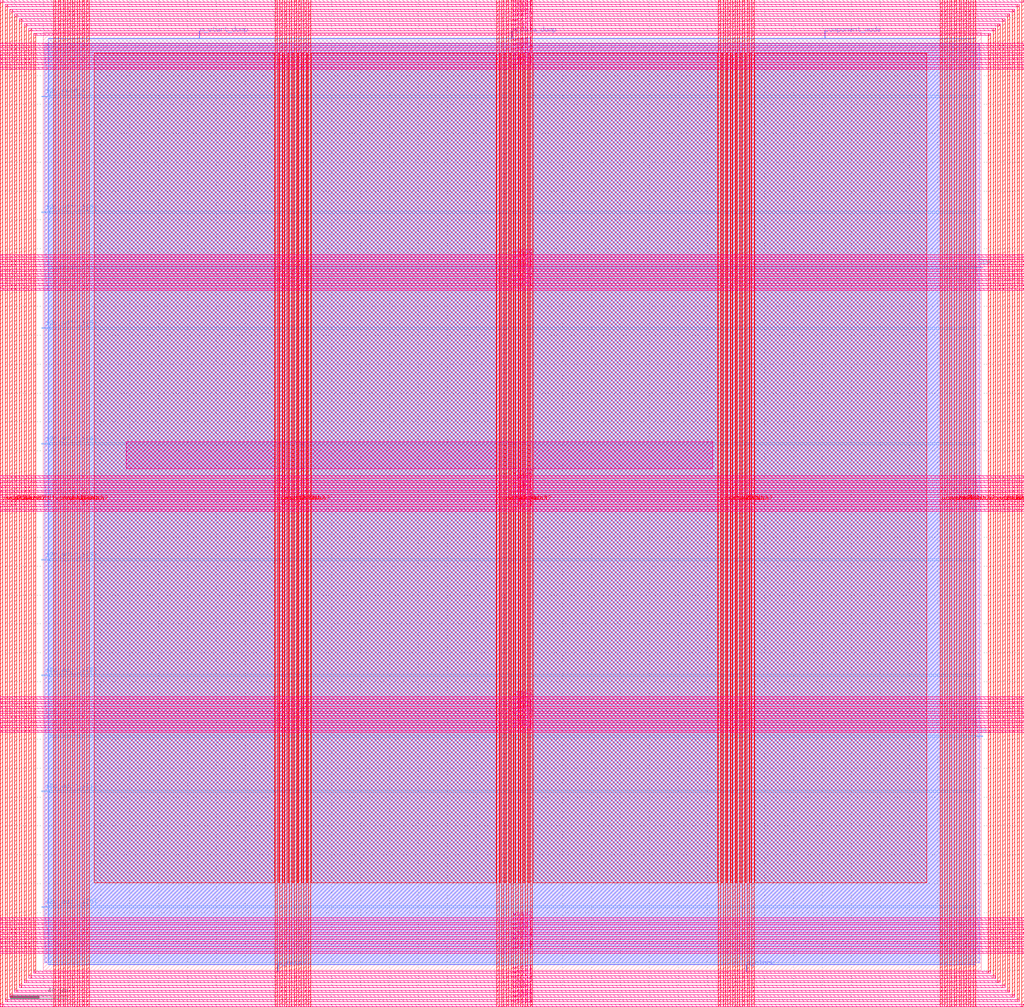
<source format=lef>
VERSION 5.7 ;
  NOWIREEXTENSIONATPIN ON ;
  DIVIDERCHAR "/" ;
  BUSBITCHARS "[]" ;
MACRO i2c_interface_component
  CLASS BLOCK ;
  FOREIGN i2c_interface_component ;
  ORIGIN 0.000 0.000 ;
  SIZE 650.000 BY 650.000 ;
  PIN SCL
    DIRECTION INOUT ;
    USE SIGNAL ;
    ANTENNAGATEAREA 0.126000 ;
    ANTENNADIFFAREA 1.782000 ;
    PORT
      LAYER met3 ;
        RECT 646.000 161.880 651.000 162.480 ;
    END
  END SCL
  PIN SDA
    DIRECTION INOUT ;
    USE SIGNAL ;
    ANTENNAGATEAREA 0.126000 ;
    ANTENNADIFFAREA 1.782000 ;
    PORT
      LAYER met3 ;
        RECT 646.000 486.920 651.000 487.520 ;
    END
  END SDA
  PIN component_mode
    DIRECTION INPUT ;
    USE SIGNAL ;
    ANTENNAGATEAREA 0.213000 ;
    PORT
      LAYER met2 ;
        RECT 541.510 646.000 541.790 651.000 ;
    END
  END component_mode
  PIN i2c_addr_i[0]
    DIRECTION INPUT ;
    USE SIGNAL ;
    ANTENNAGATEAREA 0.213000 ;
    PORT
      LAYER met3 ;
        RECT -1.000 43.560 4.000 44.160 ;
    END
  END i2c_addr_i[0]
  PIN i2c_addr_i[1]
    DIRECTION INPUT ;
    USE SIGNAL ;
    ANTENNAGATEAREA 0.213000 ;
    PORT
      LAYER met3 ;
        RECT -1.000 123.800 4.000 124.400 ;
    END
  END i2c_addr_i[1]
  PIN i2c_addr_i[2]
    DIRECTION INPUT ;
    USE SIGNAL ;
    ANTENNAGATEAREA 0.247500 ;
    PORT
      LAYER met3 ;
        RECT -1.000 204.040 4.000 204.640 ;
    END
  END i2c_addr_i[2]
  PIN i2c_addr_i[3]
    DIRECTION INPUT ;
    USE SIGNAL ;
    ANTENNAGATEAREA 0.247500 ;
    PORT
      LAYER met3 ;
        RECT -1.000 284.280 4.000 284.880 ;
    END
  END i2c_addr_i[3]
  PIN i2c_addr_i[4]
    DIRECTION INPUT ;
    USE SIGNAL ;
    ANTENNAGATEAREA 0.426000 ;
    PORT
      LAYER met3 ;
        RECT -1.000 364.520 4.000 365.120 ;
    END
  END i2c_addr_i[4]
  PIN i2c_addr_i[5]
    DIRECTION INPUT ;
    USE SIGNAL ;
    ANTENNAGATEAREA 0.426000 ;
    PORT
      LAYER met3 ;
        RECT -1.000 444.760 4.000 445.360 ;
    END
  END i2c_addr_i[5]
  PIN i2c_addr_i[6]
    DIRECTION INPUT ;
    USE SIGNAL ;
    ANTENNAGATEAREA 0.495000 ;
    PORT
      LAYER met3 ;
        RECT -1.000 525.000 4.000 525.600 ;
    END
  END i2c_addr_i[6]
  PIN i2c_read_e
    DIRECTION INPUT ;
    USE SIGNAL ;
    ANTENNAGATEAREA 0.852000 ;
    PORT
      LAYER met3 ;
        RECT -1.000 605.240 4.000 605.840 ;
    END
  END i2c_read_e
  PIN m_data_dump
    DIRECTION OUTPUT TRISTATE ;
    USE SIGNAL ;
    ANTENNADIFFAREA 0.795200 ;
    PORT
      LAYER met2 ;
        RECT 324.850 646.000 325.130 651.000 ;
    END
  END m_data_dump
  PIN m_start_dump
    DIRECTION INPUT ;
    USE SIGNAL ;
    ANTENNAGATEAREA 0.213000 ;
    PORT
      LAYER met2 ;
        RECT 108.190 646.000 108.470 651.000 ;
    END
  END m_start_dump
  PIN p_clock
    DIRECTION INPUT ;
    USE SIGNAL ;
    ANTENNAGATEAREA 0.852000 ;
    PORT
      LAYER met2 ;
        RECT 487.230 -1.000 487.510 4.000 ;
    END
  END p_clock
  PIN p_reset
    DIRECTION INPUT ;
    USE SIGNAL ;
    ANTENNAGATEAREA 0.196500 ;
    PORT
      LAYER met2 ;
        RECT 162.470 -1.000 162.750 4.000 ;
    END
  END p_reset
  PIN vccd1
    DIRECTION INOUT ;
    USE POWER ;
    PORT
      LAYER met4 ;
        RECT -6.680 -2.160 -5.080 649.520 ;
    END
    PORT
      LAYER met5 ;
        RECT -6.680 -2.160 656.660 -0.560 ;
    END
    PORT
      LAYER met5 ;
        RECT -6.680 647.920 656.660 649.520 ;
    END
    PORT
      LAYER met4 ;
        RECT 655.060 -2.160 656.660 649.520 ;
    END
    PORT
      LAYER met4 ;
        RECT 7.120 -25.260 8.720 672.620 ;
    END
    PORT
      LAYER met4 ;
        RECT 160.720 -25.260 162.320 672.620 ;
    END
    PORT
      LAYER met4 ;
        RECT 314.320 -25.260 315.920 672.620 ;
    END
    PORT
      LAYER met4 ;
        RECT 467.920 -25.260 469.520 672.620 ;
    END
    PORT
      LAYER met4 ;
        RECT 621.520 -25.260 623.120 672.620 ;
    END
    PORT
      LAYER met5 ;
        RECT -29.780 11.640 679.760 13.240 ;
    END
    PORT
      LAYER met5 ;
        RECT -29.780 164.820 679.760 166.420 ;
    END
    PORT
      LAYER met5 ;
        RECT -29.780 318.000 679.760 319.600 ;
    END
    PORT
      LAYER met5 ;
        RECT -29.780 471.180 679.760 472.780 ;
    END
    PORT
      LAYER met5 ;
        RECT -29.780 624.360 679.760 625.960 ;
    END
  END vccd1
  PIN vccd2
    DIRECTION INOUT ;
    USE POWER ;
    PORT
      LAYER met4 ;
        RECT -13.280 -8.760 -11.680 656.120 ;
    END
    PORT
      LAYER met5 ;
        RECT -13.280 -8.760 663.260 -7.160 ;
    END
    PORT
      LAYER met5 ;
        RECT -13.280 654.520 663.260 656.120 ;
    END
    PORT
      LAYER met4 ;
        RECT 661.660 -8.760 663.260 656.120 ;
    END
    PORT
      LAYER met4 ;
        RECT 13.720 -25.260 15.320 672.620 ;
    END
    PORT
      LAYER met4 ;
        RECT 167.320 -25.260 168.920 672.620 ;
    END
    PORT
      LAYER met4 ;
        RECT 320.920 -25.260 322.520 672.620 ;
    END
    PORT
      LAYER met4 ;
        RECT 474.520 -25.260 476.120 672.620 ;
    END
    PORT
      LAYER met4 ;
        RECT 628.120 -25.260 629.720 672.620 ;
    END
    PORT
      LAYER met5 ;
        RECT -29.780 18.240 679.760 19.840 ;
    END
    PORT
      LAYER met5 ;
        RECT -29.780 171.420 679.760 173.020 ;
    END
    PORT
      LAYER met5 ;
        RECT -29.780 324.600 679.760 326.200 ;
    END
    PORT
      LAYER met5 ;
        RECT -29.780 477.780 679.760 479.380 ;
    END
    PORT
      LAYER met5 ;
        RECT -29.780 630.960 679.760 632.560 ;
    END
  END vccd2
  PIN vdda1
    DIRECTION INOUT ;
    USE POWER ;
    PORT
      LAYER met4 ;
        RECT -19.880 -15.360 -18.280 662.720 ;
    END
    PORT
      LAYER met5 ;
        RECT -19.880 -15.360 669.860 -13.760 ;
    END
    PORT
      LAYER met5 ;
        RECT -19.880 661.120 669.860 662.720 ;
    END
    PORT
      LAYER met4 ;
        RECT 668.260 -15.360 669.860 662.720 ;
    END
    PORT
      LAYER met4 ;
        RECT 20.320 -25.260 21.920 672.620 ;
    END
    PORT
      LAYER met4 ;
        RECT 173.920 -25.260 175.520 672.620 ;
    END
    PORT
      LAYER met4 ;
        RECT 327.520 -25.260 329.120 672.620 ;
    END
    PORT
      LAYER met4 ;
        RECT 481.120 -25.260 482.720 672.620 ;
    END
    PORT
      LAYER met4 ;
        RECT 634.720 -25.260 636.320 672.620 ;
    END
    PORT
      LAYER met5 ;
        RECT -29.780 24.840 679.760 26.440 ;
    END
    PORT
      LAYER met5 ;
        RECT -29.780 178.020 679.760 179.620 ;
    END
    PORT
      LAYER met5 ;
        RECT -29.780 331.200 679.760 332.800 ;
    END
    PORT
      LAYER met5 ;
        RECT -29.780 484.380 679.760 485.980 ;
    END
    PORT
      LAYER met5 ;
        RECT -29.780 637.560 679.760 639.160 ;
    END
  END vdda1
  PIN vdda2
    DIRECTION INOUT ;
    USE POWER ;
    PORT
      LAYER met4 ;
        RECT -26.480 -21.960 -24.880 669.320 ;
    END
    PORT
      LAYER met5 ;
        RECT -26.480 -21.960 676.460 -20.360 ;
    END
    PORT
      LAYER met5 ;
        RECT -26.480 667.720 676.460 669.320 ;
    END
    PORT
      LAYER met4 ;
        RECT 674.860 -21.960 676.460 669.320 ;
    END
    PORT
      LAYER met4 ;
        RECT 26.920 -25.260 28.520 672.620 ;
    END
    PORT
      LAYER met4 ;
        RECT 180.520 -25.260 182.120 672.620 ;
    END
    PORT
      LAYER met4 ;
        RECT 334.120 -25.260 335.720 672.620 ;
    END
    PORT
      LAYER met4 ;
        RECT 487.720 -25.260 489.320 672.620 ;
    END
    PORT
      LAYER met4 ;
        RECT 641.320 -25.260 642.920 672.620 ;
    END
    PORT
      LAYER met5 ;
        RECT -29.780 31.440 679.760 33.040 ;
    END
    PORT
      LAYER met5 ;
        RECT -29.780 184.620 679.760 186.220 ;
    END
    PORT
      LAYER met5 ;
        RECT -29.780 337.800 679.760 339.400 ;
    END
    PORT
      LAYER met5 ;
        RECT -29.780 490.980 679.760 492.580 ;
    END
  END vdda2
  PIN vssa1
    DIRECTION INOUT ;
    USE GROUND ;
    PORT
      LAYER met4 ;
        RECT -23.180 -18.660 -21.580 666.020 ;
    END
    PORT
      LAYER met5 ;
        RECT -23.180 -18.660 673.160 -17.060 ;
    END
    PORT
      LAYER met5 ;
        RECT -23.180 664.420 673.160 666.020 ;
    END
    PORT
      LAYER met4 ;
        RECT 671.560 -18.660 673.160 666.020 ;
    END
    PORT
      LAYER met4 ;
        RECT 23.620 -25.260 25.220 672.620 ;
    END
    PORT
      LAYER met4 ;
        RECT 177.220 -25.260 178.820 672.620 ;
    END
    PORT
      LAYER met4 ;
        RECT 330.820 -25.260 332.420 672.620 ;
    END
    PORT
      LAYER met4 ;
        RECT 484.420 -25.260 486.020 672.620 ;
    END
    PORT
      LAYER met4 ;
        RECT 638.020 -25.260 639.620 672.620 ;
    END
    PORT
      LAYER met5 ;
        RECT -29.780 28.140 679.760 29.740 ;
    END
    PORT
      LAYER met5 ;
        RECT -29.780 181.320 679.760 182.920 ;
    END
    PORT
      LAYER met5 ;
        RECT -29.780 334.500 679.760 336.100 ;
    END
    PORT
      LAYER met5 ;
        RECT -29.780 487.680 679.760 489.280 ;
    END
    PORT
      LAYER met5 ;
        RECT -29.780 640.860 679.760 642.460 ;
    END
  END vssa1
  PIN vssa2
    DIRECTION INOUT ;
    USE GROUND ;
    PORT
      LAYER met4 ;
        RECT -29.780 -25.260 -28.180 672.620 ;
    END
    PORT
      LAYER met5 ;
        RECT -29.780 -25.260 679.760 -23.660 ;
    END
    PORT
      LAYER met5 ;
        RECT -29.780 671.020 679.760 672.620 ;
    END
    PORT
      LAYER met4 ;
        RECT 678.160 -25.260 679.760 672.620 ;
    END
    PORT
      LAYER met4 ;
        RECT 30.220 -25.260 31.820 672.620 ;
    END
    PORT
      LAYER met4 ;
        RECT 183.820 -25.260 185.420 672.620 ;
    END
    PORT
      LAYER met4 ;
        RECT 337.420 -25.260 339.020 672.620 ;
    END
    PORT
      LAYER met4 ;
        RECT 491.020 -25.260 492.620 672.620 ;
    END
    PORT
      LAYER met4 ;
        RECT 644.620 -25.260 646.220 672.620 ;
    END
    PORT
      LAYER met5 ;
        RECT -29.780 34.740 679.760 36.340 ;
    END
    PORT
      LAYER met5 ;
        RECT -29.780 187.920 679.760 189.520 ;
    END
    PORT
      LAYER met5 ;
        RECT -29.780 341.100 679.760 342.700 ;
    END
    PORT
      LAYER met5 ;
        RECT -29.780 494.280 679.760 495.880 ;
    END
  END vssa2
  PIN vssd1
    DIRECTION INOUT ;
    USE GROUND ;
    PORT
      LAYER met4 ;
        RECT -9.980 -5.460 -8.380 652.820 ;
    END
    PORT
      LAYER met5 ;
        RECT -9.980 -5.460 659.960 -3.860 ;
    END
    PORT
      LAYER met5 ;
        RECT -9.980 651.220 659.960 652.820 ;
    END
    PORT
      LAYER met4 ;
        RECT 658.360 -5.460 659.960 652.820 ;
    END
    PORT
      LAYER met4 ;
        RECT 10.420 -25.260 12.020 672.620 ;
    END
    PORT
      LAYER met4 ;
        RECT 164.020 -25.260 165.620 672.620 ;
    END
    PORT
      LAYER met4 ;
        RECT 317.620 -25.260 319.220 672.620 ;
    END
    PORT
      LAYER met4 ;
        RECT 471.220 -25.260 472.820 672.620 ;
    END
    PORT
      LAYER met4 ;
        RECT 624.820 -25.260 626.420 672.620 ;
    END
    PORT
      LAYER met5 ;
        RECT -29.780 14.940 679.760 16.540 ;
    END
    PORT
      LAYER met5 ;
        RECT -29.780 168.120 679.760 169.720 ;
    END
    PORT
      LAYER met5 ;
        RECT -29.780 321.300 679.760 322.900 ;
    END
    PORT
      LAYER met5 ;
        RECT -29.780 474.480 679.760 476.080 ;
    END
    PORT
      LAYER met5 ;
        RECT -29.780 627.660 679.760 629.260 ;
    END
  END vssd1
  PIN vssd2
    DIRECTION INOUT ;
    USE GROUND ;
    PORT
      LAYER met4 ;
        RECT -16.580 -12.060 -14.980 659.420 ;
    END
    PORT
      LAYER met5 ;
        RECT -16.580 -12.060 666.560 -10.460 ;
    END
    PORT
      LAYER met5 ;
        RECT -16.580 657.820 666.560 659.420 ;
    END
    PORT
      LAYER met4 ;
        RECT 664.960 -12.060 666.560 659.420 ;
    END
    PORT
      LAYER met4 ;
        RECT 17.020 -25.260 18.620 672.620 ;
    END
    PORT
      LAYER met4 ;
        RECT 170.620 -25.260 172.220 672.620 ;
    END
    PORT
      LAYER met4 ;
        RECT 324.220 -25.260 325.820 672.620 ;
    END
    PORT
      LAYER met4 ;
        RECT 477.820 -25.260 479.420 672.620 ;
    END
    PORT
      LAYER met4 ;
        RECT 631.420 -25.260 633.020 672.620 ;
    END
    PORT
      LAYER met5 ;
        RECT -29.780 21.540 679.760 23.140 ;
    END
    PORT
      LAYER met5 ;
        RECT -29.780 174.720 679.760 176.320 ;
    END
    PORT
      LAYER met5 ;
        RECT -29.780 327.900 679.760 329.500 ;
    END
    PORT
      LAYER met5 ;
        RECT -29.780 481.080 679.760 482.680 ;
    END
    PORT
      LAYER met5 ;
        RECT -29.780 634.260 679.760 635.860 ;
    END
  END vssd2
  OBS
      LAYER li1 ;
        RECT 0.920 5.355 649.060 642.005 ;
      LAYER met1 ;
        RECT 0.920 5.200 649.060 642.160 ;
      LAYER met2 ;
        RECT 3.320 645.720 107.910 646.000 ;
        RECT 108.750 645.720 324.570 646.000 ;
        RECT 325.410 645.720 541.230 646.000 ;
        RECT 542.070 645.720 646.200 646.000 ;
        RECT 3.320 4.280 646.200 645.720 ;
        RECT 3.320 3.670 162.190 4.280 ;
        RECT 163.030 3.670 486.950 4.280 ;
        RECT 487.790 3.670 646.200 4.280 ;
      LAYER met3 ;
        RECT 3.745 606.240 646.000 642.085 ;
        RECT 4.400 604.840 646.000 606.240 ;
        RECT 3.745 526.000 646.000 604.840 ;
        RECT 4.400 524.600 646.000 526.000 ;
        RECT 3.745 487.920 646.000 524.600 ;
        RECT 3.745 486.520 645.600 487.920 ;
        RECT 3.745 445.760 646.000 486.520 ;
        RECT 4.400 444.360 646.000 445.760 ;
        RECT 3.745 365.520 646.000 444.360 ;
        RECT 4.400 364.120 646.000 365.520 ;
        RECT 3.745 285.280 646.000 364.120 ;
        RECT 4.400 283.880 646.000 285.280 ;
        RECT 3.745 205.040 646.000 283.880 ;
        RECT 4.400 203.640 646.000 205.040 ;
        RECT 3.745 162.880 646.000 203.640 ;
        RECT 3.745 161.480 645.600 162.880 ;
        RECT 3.745 124.800 646.000 161.480 ;
        RECT 4.400 123.400 646.000 124.800 ;
        RECT 3.745 44.560 646.000 123.400 ;
        RECT 4.400 43.160 646.000 44.560 ;
        RECT 3.745 5.275 646.000 43.160 ;
      LAYER met4 ;
        RECT 35.255 60.695 160.320 635.625 ;
        RECT 162.720 60.695 163.620 635.625 ;
        RECT 166.020 60.695 166.920 635.625 ;
        RECT 169.320 60.695 170.220 635.625 ;
        RECT 172.620 60.695 173.520 635.625 ;
        RECT 175.920 60.695 176.820 635.625 ;
        RECT 179.220 60.695 180.120 635.625 ;
        RECT 182.520 60.695 183.420 635.625 ;
        RECT 185.820 60.695 313.920 635.625 ;
        RECT 316.320 60.695 317.220 635.625 ;
        RECT 319.620 60.695 320.520 635.625 ;
        RECT 322.920 60.695 323.820 635.625 ;
        RECT 326.220 60.695 327.120 635.625 ;
        RECT 329.520 60.695 330.420 635.625 ;
        RECT 332.820 60.695 333.720 635.625 ;
        RECT 336.120 60.695 337.020 635.625 ;
        RECT 339.420 60.695 467.520 635.625 ;
        RECT 469.920 60.695 470.820 635.625 ;
        RECT 473.220 60.695 474.120 635.625 ;
        RECT 476.520 60.695 477.420 635.625 ;
        RECT 479.820 60.695 480.720 635.625 ;
        RECT 483.120 60.695 484.020 635.625 ;
        RECT 486.420 60.695 487.320 635.625 ;
        RECT 489.720 60.695 490.620 635.625 ;
        RECT 493.020 60.695 612.425 635.625 ;
      LAYER met5 ;
        RECT 57.620 347.700 464.020 366.300 ;
  END
END i2c_interface_component
END LIBRARY


</source>
